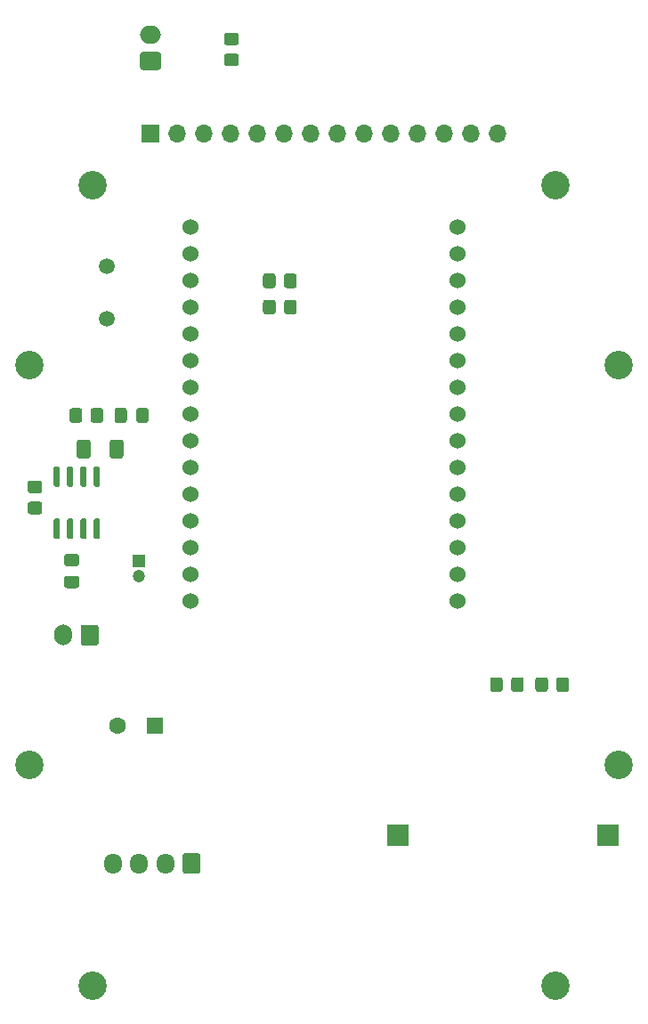
<source format=gbr>
%TF.GenerationSoftware,KiCad,Pcbnew,(5.1.10)-1*%
%TF.CreationDate,2023-09-30T19:16:06-07:00*%
%TF.ProjectId,PacmanClock_ESP32_SPI_v1_6,5061636d-616e-4436-9c6f-636b5f455350,1.6*%
%TF.SameCoordinates,Original*%
%TF.FileFunction,Soldermask,Top*%
%TF.FilePolarity,Negative*%
%FSLAX46Y46*%
G04 Gerber Fmt 4.6, Leading zero omitted, Abs format (unit mm)*
G04 Created by KiCad (PCBNEW (5.1.10)-1) date 2023-09-30 19:16:06*
%MOMM*%
%LPD*%
G01*
G04 APERTURE LIST*
%ADD10R,2.000000X2.000000*%
%ADD11C,1.600000*%
%ADD12R,1.600000X1.600000*%
%ADD13C,1.200000*%
%ADD14R,1.200000X1.200000*%
%ADD15C,1.524000*%
%ADD16C,1.498600*%
%ADD17O,2.000000X1.700000*%
%ADD18O,1.700000X2.000000*%
%ADD19O,1.700000X1.950000*%
%ADD20C,2.700000*%
%ADD21O,1.700000X1.700000*%
%ADD22R,1.700000X1.700000*%
G04 APERTURE END LIST*
D10*
%TO.C,BT1*%
X192000000Y-138700000D03*
X172000000Y-138700000D03*
%TD*%
%TO.C,U1*%
G36*
G01*
X143255000Y-108600000D02*
X143555000Y-108600000D01*
G75*
G02*
X143705000Y-108750000I0J-150000D01*
G01*
X143705000Y-110400000D01*
G75*
G02*
X143555000Y-110550000I-150000J0D01*
G01*
X143255000Y-110550000D01*
G75*
G02*
X143105000Y-110400000I0J150000D01*
G01*
X143105000Y-108750000D01*
G75*
G02*
X143255000Y-108600000I150000J0D01*
G01*
G37*
G36*
G01*
X141985000Y-108600000D02*
X142285000Y-108600000D01*
G75*
G02*
X142435000Y-108750000I0J-150000D01*
G01*
X142435000Y-110400000D01*
G75*
G02*
X142285000Y-110550000I-150000J0D01*
G01*
X141985000Y-110550000D01*
G75*
G02*
X141835000Y-110400000I0J150000D01*
G01*
X141835000Y-108750000D01*
G75*
G02*
X141985000Y-108600000I150000J0D01*
G01*
G37*
G36*
G01*
X140715000Y-108600000D02*
X141015000Y-108600000D01*
G75*
G02*
X141165000Y-108750000I0J-150000D01*
G01*
X141165000Y-110400000D01*
G75*
G02*
X141015000Y-110550000I-150000J0D01*
G01*
X140715000Y-110550000D01*
G75*
G02*
X140565000Y-110400000I0J150000D01*
G01*
X140565000Y-108750000D01*
G75*
G02*
X140715000Y-108600000I150000J0D01*
G01*
G37*
G36*
G01*
X139445000Y-108600000D02*
X139745000Y-108600000D01*
G75*
G02*
X139895000Y-108750000I0J-150000D01*
G01*
X139895000Y-110400000D01*
G75*
G02*
X139745000Y-110550000I-150000J0D01*
G01*
X139445000Y-110550000D01*
G75*
G02*
X139295000Y-110400000I0J150000D01*
G01*
X139295000Y-108750000D01*
G75*
G02*
X139445000Y-108600000I150000J0D01*
G01*
G37*
G36*
G01*
X139445000Y-103650000D02*
X139745000Y-103650000D01*
G75*
G02*
X139895000Y-103800000I0J-150000D01*
G01*
X139895000Y-105450000D01*
G75*
G02*
X139745000Y-105600000I-150000J0D01*
G01*
X139445000Y-105600000D01*
G75*
G02*
X139295000Y-105450000I0J150000D01*
G01*
X139295000Y-103800000D01*
G75*
G02*
X139445000Y-103650000I150000J0D01*
G01*
G37*
G36*
G01*
X140715000Y-103650000D02*
X141015000Y-103650000D01*
G75*
G02*
X141165000Y-103800000I0J-150000D01*
G01*
X141165000Y-105450000D01*
G75*
G02*
X141015000Y-105600000I-150000J0D01*
G01*
X140715000Y-105600000D01*
G75*
G02*
X140565000Y-105450000I0J150000D01*
G01*
X140565000Y-103800000D01*
G75*
G02*
X140715000Y-103650000I150000J0D01*
G01*
G37*
G36*
G01*
X141985000Y-103650000D02*
X142285000Y-103650000D01*
G75*
G02*
X142435000Y-103800000I0J-150000D01*
G01*
X142435000Y-105450000D01*
G75*
G02*
X142285000Y-105600000I-150000J0D01*
G01*
X141985000Y-105600000D01*
G75*
G02*
X141835000Y-105450000I0J150000D01*
G01*
X141835000Y-103800000D01*
G75*
G02*
X141985000Y-103650000I150000J0D01*
G01*
G37*
G36*
G01*
X143255000Y-103650000D02*
X143555000Y-103650000D01*
G75*
G02*
X143705000Y-103800000I0J-150000D01*
G01*
X143705000Y-105450000D01*
G75*
G02*
X143555000Y-105600000I-150000J0D01*
G01*
X143255000Y-105600000D01*
G75*
G02*
X143105000Y-105450000I0J150000D01*
G01*
X143105000Y-103800000D01*
G75*
G02*
X143255000Y-103650000I150000J0D01*
G01*
G37*
%TD*%
%TO.C,C6*%
G36*
G01*
X140525000Y-114050000D02*
X141475000Y-114050000D01*
G75*
G02*
X141725000Y-114300000I0J-250000D01*
G01*
X141725000Y-114975000D01*
G75*
G02*
X141475000Y-115225000I-250000J0D01*
G01*
X140525000Y-115225000D01*
G75*
G02*
X140275000Y-114975000I0J250000D01*
G01*
X140275000Y-114300000D01*
G75*
G02*
X140525000Y-114050000I250000J0D01*
G01*
G37*
G36*
G01*
X140525000Y-111975000D02*
X141475000Y-111975000D01*
G75*
G02*
X141725000Y-112225000I0J-250000D01*
G01*
X141725000Y-112900000D01*
G75*
G02*
X141475000Y-113150000I-250000J0D01*
G01*
X140525000Y-113150000D01*
G75*
G02*
X140275000Y-112900000I0J250000D01*
G01*
X140275000Y-112225000D01*
G75*
G02*
X140525000Y-111975000I250000J0D01*
G01*
G37*
%TD*%
D11*
%TO.C,C3*%
X145400000Y-128300000D03*
D12*
X148900000Y-128300000D03*
%TD*%
%TO.C,C2*%
G36*
G01*
X142800000Y-101349998D02*
X142800000Y-102650002D01*
G75*
G02*
X142550002Y-102900000I-249998J0D01*
G01*
X141724998Y-102900000D01*
G75*
G02*
X141475000Y-102650002I0J249998D01*
G01*
X141475000Y-101349998D01*
G75*
G02*
X141724998Y-101100000I249998J0D01*
G01*
X142550002Y-101100000D01*
G75*
G02*
X142800000Y-101349998I0J-249998D01*
G01*
G37*
G36*
G01*
X145925000Y-101349998D02*
X145925000Y-102650002D01*
G75*
G02*
X145675002Y-102900000I-249998J0D01*
G01*
X144849998Y-102900000D01*
G75*
G02*
X144600000Y-102650002I0J249998D01*
G01*
X144600000Y-101349998D01*
G75*
G02*
X144849998Y-101100000I249998J0D01*
G01*
X145675002Y-101100000D01*
G75*
G02*
X145925000Y-101349998I0J-249998D01*
G01*
G37*
%TD*%
D13*
%TO.C,C5*%
X147400000Y-114100000D03*
D14*
X147400000Y-112600000D03*
%TD*%
D15*
%TO.C,U2*%
X177700000Y-80900000D03*
X177700000Y-83440000D03*
X177700000Y-85980000D03*
X177700000Y-88520000D03*
X177700000Y-91060000D03*
X177700000Y-93600000D03*
X177700000Y-96140000D03*
X177700000Y-98680000D03*
X177700000Y-101220000D03*
X177700000Y-103760000D03*
X177700000Y-106300000D03*
X177700000Y-108840000D03*
X177700000Y-111380000D03*
X177700000Y-113920000D03*
X177700000Y-116460000D03*
X152300000Y-80900000D03*
X152300000Y-116460000D03*
X152300000Y-113920000D03*
X152300000Y-111380000D03*
X152300000Y-108840000D03*
X152300000Y-106300000D03*
X152300000Y-103760000D03*
X152300000Y-101220000D03*
X152300000Y-98680000D03*
X152300000Y-96140000D03*
X152300000Y-93600000D03*
X152300000Y-91060000D03*
X152300000Y-88520000D03*
X152300000Y-85980000D03*
X152300000Y-83440000D03*
%TD*%
%TO.C,C1*%
G36*
G01*
X146250000Y-98325000D02*
X146250000Y-99275000D01*
G75*
G02*
X146000000Y-99525000I-250000J0D01*
G01*
X145325000Y-99525000D01*
G75*
G02*
X145075000Y-99275000I0J250000D01*
G01*
X145075000Y-98325000D01*
G75*
G02*
X145325000Y-98075000I250000J0D01*
G01*
X146000000Y-98075000D01*
G75*
G02*
X146250000Y-98325000I0J-250000D01*
G01*
G37*
G36*
G01*
X148325000Y-98325000D02*
X148325000Y-99275000D01*
G75*
G02*
X148075000Y-99525000I-250000J0D01*
G01*
X147400000Y-99525000D01*
G75*
G02*
X147150000Y-99275000I0J250000D01*
G01*
X147150000Y-98325000D01*
G75*
G02*
X147400000Y-98075000I250000J0D01*
G01*
X148075000Y-98075000D01*
G75*
G02*
X148325000Y-98325000I0J-250000D01*
G01*
G37*
%TD*%
%TO.C,R11*%
G36*
G01*
X187100000Y-124850001D02*
X187100000Y-123949999D01*
G75*
G02*
X187349999Y-123700000I249999J0D01*
G01*
X188050001Y-123700000D01*
G75*
G02*
X188300000Y-123949999I0J-249999D01*
G01*
X188300000Y-124850001D01*
G75*
G02*
X188050001Y-125100000I-249999J0D01*
G01*
X187349999Y-125100000D01*
G75*
G02*
X187100000Y-124850001I0J249999D01*
G01*
G37*
G36*
G01*
X185100000Y-124850001D02*
X185100000Y-123949999D01*
G75*
G02*
X185349999Y-123700000I249999J0D01*
G01*
X186050001Y-123700000D01*
G75*
G02*
X186300000Y-123949999I0J-249999D01*
G01*
X186300000Y-124850001D01*
G75*
G02*
X186050001Y-125100000I-249999J0D01*
G01*
X185349999Y-125100000D01*
G75*
G02*
X185100000Y-124850001I0J249999D01*
G01*
G37*
%TD*%
%TO.C,R10*%
G36*
G01*
X137049999Y-107000000D02*
X137950001Y-107000000D01*
G75*
G02*
X138200000Y-107249999I0J-249999D01*
G01*
X138200000Y-107950001D01*
G75*
G02*
X137950001Y-108200000I-249999J0D01*
G01*
X137049999Y-108200000D01*
G75*
G02*
X136800000Y-107950001I0J249999D01*
G01*
X136800000Y-107249999D01*
G75*
G02*
X137049999Y-107000000I249999J0D01*
G01*
G37*
G36*
G01*
X137049999Y-105000000D02*
X137950001Y-105000000D01*
G75*
G02*
X138200000Y-105249999I0J-249999D01*
G01*
X138200000Y-105950001D01*
G75*
G02*
X137950001Y-106200000I-249999J0D01*
G01*
X137049999Y-106200000D01*
G75*
G02*
X136800000Y-105950001I0J249999D01*
G01*
X136800000Y-105249999D01*
G75*
G02*
X137049999Y-105000000I249999J0D01*
G01*
G37*
%TD*%
%TO.C,R8*%
G36*
G01*
X142800000Y-99250001D02*
X142800000Y-98349999D01*
G75*
G02*
X143049999Y-98100000I249999J0D01*
G01*
X143750001Y-98100000D01*
G75*
G02*
X144000000Y-98349999I0J-249999D01*
G01*
X144000000Y-99250001D01*
G75*
G02*
X143750001Y-99500000I-249999J0D01*
G01*
X143049999Y-99500000D01*
G75*
G02*
X142800000Y-99250001I0J249999D01*
G01*
G37*
G36*
G01*
X140800000Y-99250001D02*
X140800000Y-98349999D01*
G75*
G02*
X141049999Y-98100000I249999J0D01*
G01*
X141750001Y-98100000D01*
G75*
G02*
X142000000Y-98349999I0J-249999D01*
G01*
X142000000Y-99250001D01*
G75*
G02*
X141750001Y-99500000I-249999J0D01*
G01*
X141049999Y-99500000D01*
G75*
G02*
X140800000Y-99250001I0J249999D01*
G01*
G37*
%TD*%
%TO.C,R7*%
G36*
G01*
X160400000Y-88049999D02*
X160400000Y-88950001D01*
G75*
G02*
X160150001Y-89200000I-249999J0D01*
G01*
X159449999Y-89200000D01*
G75*
G02*
X159200000Y-88950001I0J249999D01*
G01*
X159200000Y-88049999D01*
G75*
G02*
X159449999Y-87800000I249999J0D01*
G01*
X160150001Y-87800000D01*
G75*
G02*
X160400000Y-88049999I0J-249999D01*
G01*
G37*
G36*
G01*
X162400000Y-88049999D02*
X162400000Y-88950001D01*
G75*
G02*
X162150001Y-89200000I-249999J0D01*
G01*
X161449999Y-89200000D01*
G75*
G02*
X161200000Y-88950001I0J249999D01*
G01*
X161200000Y-88049999D01*
G75*
G02*
X161449999Y-87800000I249999J0D01*
G01*
X162150001Y-87800000D01*
G75*
G02*
X162400000Y-88049999I0J-249999D01*
G01*
G37*
%TD*%
%TO.C,R6*%
G36*
G01*
X182000000Y-123949999D02*
X182000000Y-124850001D01*
G75*
G02*
X181750001Y-125100000I-249999J0D01*
G01*
X181049999Y-125100000D01*
G75*
G02*
X180800000Y-124850001I0J249999D01*
G01*
X180800000Y-123949999D01*
G75*
G02*
X181049999Y-123700000I249999J0D01*
G01*
X181750001Y-123700000D01*
G75*
G02*
X182000000Y-123949999I0J-249999D01*
G01*
G37*
G36*
G01*
X184000000Y-123949999D02*
X184000000Y-124850001D01*
G75*
G02*
X183750001Y-125100000I-249999J0D01*
G01*
X183049999Y-125100000D01*
G75*
G02*
X182800000Y-124850001I0J249999D01*
G01*
X182800000Y-123949999D01*
G75*
G02*
X183049999Y-123700000I249999J0D01*
G01*
X183750001Y-123700000D01*
G75*
G02*
X184000000Y-123949999I0J-249999D01*
G01*
G37*
%TD*%
%TO.C,R2*%
G36*
G01*
X156650001Y-63600000D02*
X155749999Y-63600000D01*
G75*
G02*
X155500000Y-63350001I0J249999D01*
G01*
X155500000Y-62649999D01*
G75*
G02*
X155749999Y-62400000I249999J0D01*
G01*
X156650001Y-62400000D01*
G75*
G02*
X156900000Y-62649999I0J-249999D01*
G01*
X156900000Y-63350001D01*
G75*
G02*
X156650001Y-63600000I-249999J0D01*
G01*
G37*
G36*
G01*
X156650001Y-65600000D02*
X155749999Y-65600000D01*
G75*
G02*
X155500000Y-65350001I0J249999D01*
G01*
X155500000Y-64649999D01*
G75*
G02*
X155749999Y-64400000I249999J0D01*
G01*
X156650001Y-64400000D01*
G75*
G02*
X156900000Y-64649999I0J-249999D01*
G01*
X156900000Y-65350001D01*
G75*
G02*
X156650001Y-65600000I-249999J0D01*
G01*
G37*
%TD*%
%TO.C,R1*%
G36*
G01*
X160400000Y-85549999D02*
X160400000Y-86450001D01*
G75*
G02*
X160150001Y-86700000I-249999J0D01*
G01*
X159449999Y-86700000D01*
G75*
G02*
X159200000Y-86450001I0J249999D01*
G01*
X159200000Y-85549999D01*
G75*
G02*
X159449999Y-85300000I249999J0D01*
G01*
X160150001Y-85300000D01*
G75*
G02*
X160400000Y-85549999I0J-249999D01*
G01*
G37*
G36*
G01*
X162400000Y-85549999D02*
X162400000Y-86450001D01*
G75*
G02*
X162150001Y-86700000I-249999J0D01*
G01*
X161449999Y-86700000D01*
G75*
G02*
X161200000Y-86450001I0J249999D01*
G01*
X161200000Y-85549999D01*
G75*
G02*
X161449999Y-85300000I249999J0D01*
G01*
X162150001Y-85300000D01*
G75*
G02*
X162400000Y-85549999I0J-249999D01*
G01*
G37*
%TD*%
D16*
%TO.C,SW1*%
X144300000Y-89603800D03*
X144300000Y-84600000D03*
%TD*%
D17*
%TO.C,J4*%
X148500000Y-62600000D03*
G36*
G01*
X149250000Y-65950000D02*
X147750000Y-65950000D01*
G75*
G02*
X147500000Y-65700000I0J250000D01*
G01*
X147500000Y-64500000D01*
G75*
G02*
X147750000Y-64250000I250000J0D01*
G01*
X149250000Y-64250000D01*
G75*
G02*
X149500000Y-64500000I0J-250000D01*
G01*
X149500000Y-65700000D01*
G75*
G02*
X149250000Y-65950000I-250000J0D01*
G01*
G37*
%TD*%
D18*
%TO.C,J3*%
X140200000Y-119700000D03*
G36*
G01*
X143550000Y-118950000D02*
X143550000Y-120450000D01*
G75*
G02*
X143300000Y-120700000I-250000J0D01*
G01*
X142100000Y-120700000D01*
G75*
G02*
X141850000Y-120450000I0J250000D01*
G01*
X141850000Y-118950000D01*
G75*
G02*
X142100000Y-118700000I250000J0D01*
G01*
X143300000Y-118700000D01*
G75*
G02*
X143550000Y-118950000I0J-250000D01*
G01*
G37*
%TD*%
D19*
%TO.C,J2*%
X144900000Y-141400000D03*
X147400000Y-141400000D03*
X149900000Y-141400000D03*
G36*
G01*
X153250000Y-140675000D02*
X153250000Y-142125000D01*
G75*
G02*
X153000000Y-142375000I-250000J0D01*
G01*
X151800000Y-142375000D01*
G75*
G02*
X151550000Y-142125000I0J250000D01*
G01*
X151550000Y-140675000D01*
G75*
G02*
X151800000Y-140425000I250000J0D01*
G01*
X153000000Y-140425000D01*
G75*
G02*
X153250000Y-140675000I0J-250000D01*
G01*
G37*
%TD*%
D20*
%TO.C,H8*%
X193000000Y-132000000D03*
%TD*%
%TO.C,H7*%
X193000000Y-94000000D03*
%TD*%
%TO.C,H6*%
X137000000Y-132000000D03*
%TD*%
%TO.C,H5*%
X137000000Y-94000000D03*
%TD*%
D21*
%TO.C,J1*%
X181520000Y-72000000D03*
X178980000Y-72000000D03*
X176440000Y-72000000D03*
X173900000Y-72000000D03*
X171360000Y-72000000D03*
X168820000Y-72000000D03*
X166280000Y-72000000D03*
X163740000Y-72000000D03*
X161200000Y-72000000D03*
X158660000Y-72000000D03*
X156120000Y-72000000D03*
X153580000Y-72000000D03*
X151040000Y-72000000D03*
D22*
X148500000Y-72000000D03*
%TD*%
D20*
%TO.C,H4*%
X187000000Y-76900000D03*
%TD*%
%TO.C,H3*%
X187000000Y-153000000D03*
%TD*%
%TO.C,H2*%
X143000000Y-76900000D03*
%TD*%
%TO.C,H1*%
X143000000Y-153000000D03*
%TD*%
M02*

</source>
